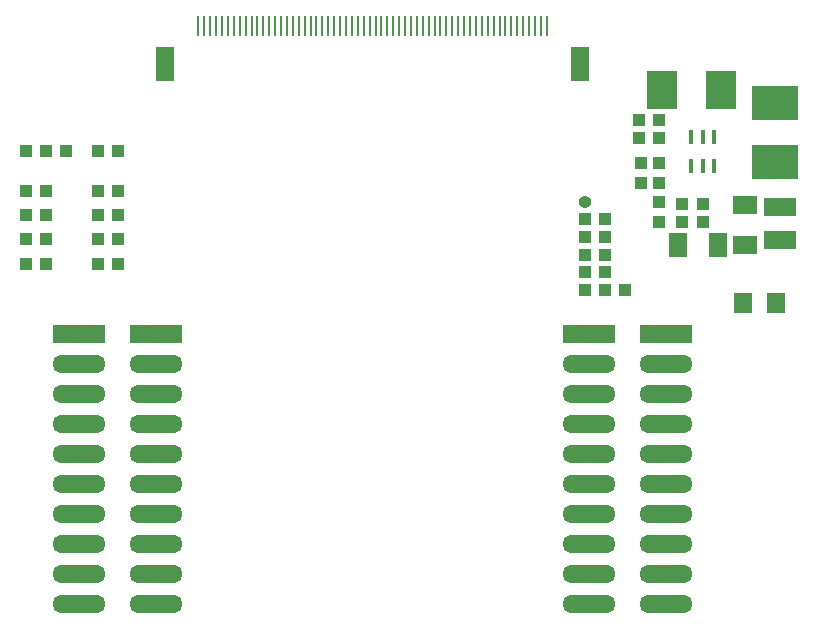
<source format=gbp>
%FSLAX24Y24*%
%MOIN*%
G70*
G01*
G75*
G04 Layer_Color=128*
%ADD10C,0.0394*%
%ADD11C,0.0098*%
%ADD12C,0.0118*%
%ADD13C,0.0197*%
%ADD14R,0.0906X0.0795*%
%ADD15C,0.0591*%
%ADD16R,0.0591X0.0591*%
%ADD17R,0.0709X0.0709*%
%ADD18C,0.0217*%
%ADD19C,0.0236*%
%ADD20R,0.1772X0.0591*%
%ADD21O,0.0433X0.0394*%
%ADD22R,0.0433X0.0394*%
%ADD23R,0.0394X0.0433*%
%ADD24O,0.1772X0.0591*%
%ADD25R,0.0787X0.0591*%
%ADD26R,0.0591X0.0787*%
%ADD27R,0.1063X0.0630*%
%ADD28R,0.0984X0.1299*%
%ADD29R,0.1575X0.1181*%
%ADD30R,0.0157X0.0472*%
%ADD31R,0.0098X0.0709*%
%ADD32R,0.0630X0.1181*%
%ADD33R,0.0630X0.0709*%
%ADD34C,0.0157*%
%ADD35C,0.0079*%
%ADD36R,0.1651X0.0909*%
%ADD37C,0.0671*%
%ADD38R,0.0671X0.0671*%
%ADD39R,0.0789X0.0789*%
%ADD40R,0.1852X0.0671*%
%ADD41O,0.0513X0.0474*%
%ADD42R,0.0513X0.0474*%
%ADD43R,0.0474X0.0513*%
%ADD44O,0.1852X0.0671*%
%ADD45R,0.0867X0.0671*%
%ADD46R,0.0671X0.0867*%
%ADD47R,0.1143X0.0710*%
%ADD48R,0.1064X0.1379*%
%ADD49R,0.1655X0.1261*%
%ADD50R,0.0237X0.0552*%
%ADD51R,0.0178X0.0789*%
%ADD52R,0.0710X0.1261*%
%ADD53R,0.0710X0.0789*%
D20*
X21787Y-3000D02*
D03*
X4787D02*
D03*
X19213D02*
D03*
X2213D02*
D03*
D21*
X19087Y1398D02*
D03*
D22*
X19756Y835D02*
D03*
X19087D02*
D03*
X19752Y244D02*
D03*
X19083D02*
D03*
X19756Y-346D02*
D03*
X19087D02*
D03*
X19756Y-937D02*
D03*
X19087D02*
D03*
X21547Y4146D02*
D03*
X20878D02*
D03*
X20878Y3555D02*
D03*
X21547D02*
D03*
X23004Y740D02*
D03*
X22335D02*
D03*
X23004Y1350D02*
D03*
X22335D02*
D03*
X3512Y157D02*
D03*
X2843D02*
D03*
X3516Y-654D02*
D03*
X2846D02*
D03*
X3516Y980D02*
D03*
X2846D02*
D03*
X2846Y3110D02*
D03*
X3516D02*
D03*
X453Y1787D02*
D03*
X1122D02*
D03*
X3516Y1787D02*
D03*
X2846D02*
D03*
X19756Y-1528D02*
D03*
X20425D02*
D03*
X19756D02*
D03*
X19087D02*
D03*
X1791Y3110D02*
D03*
X1122D02*
D03*
X453D02*
D03*
X1122D02*
D03*
Y-654D02*
D03*
X453D02*
D03*
Y157D02*
D03*
X1122D02*
D03*
X453Y980D02*
D03*
X1122D02*
D03*
D23*
X20957Y2709D02*
D03*
Y2039D02*
D03*
X21547Y2709D02*
D03*
Y2039D02*
D03*
X21555Y736D02*
D03*
Y1406D02*
D03*
D24*
X21787Y-4000D02*
D03*
Y-6000D02*
D03*
Y-7000D02*
D03*
Y-8000D02*
D03*
Y-9000D02*
D03*
Y-10000D02*
D03*
Y-11000D02*
D03*
Y-12000D02*
D03*
Y-5000D02*
D03*
X4787Y-4000D02*
D03*
Y-5000D02*
D03*
Y-6000D02*
D03*
Y-7000D02*
D03*
Y-8000D02*
D03*
Y-9000D02*
D03*
Y-10000D02*
D03*
Y-11000D02*
D03*
Y-12000D02*
D03*
X19213Y-4000D02*
D03*
Y-5000D02*
D03*
Y-6000D02*
D03*
Y-7000D02*
D03*
Y-8000D02*
D03*
Y-9000D02*
D03*
Y-10000D02*
D03*
Y-11000D02*
D03*
Y-12000D02*
D03*
X2213D02*
D03*
Y-11000D02*
D03*
Y-10000D02*
D03*
Y-9000D02*
D03*
Y-8000D02*
D03*
Y-7000D02*
D03*
Y-6000D02*
D03*
Y-5000D02*
D03*
Y-4000D02*
D03*
D25*
X24421Y-28D02*
D03*
Y1311D02*
D03*
D26*
X23516Y-30D02*
D03*
X22177D02*
D03*
D27*
X25602Y1232D02*
D03*
Y130D02*
D03*
D28*
X21666Y5147D02*
D03*
X23634D02*
D03*
D29*
X25425Y2728D02*
D03*
Y4697D02*
D03*
D30*
X23379Y3557D02*
D03*
X23005D02*
D03*
X22631Y2612D02*
D03*
X23379D02*
D03*
X22631Y3557D02*
D03*
X23005Y2612D02*
D03*
D31*
X15845Y7287D02*
D03*
X15648D02*
D03*
X15451D02*
D03*
X14467D02*
D03*
X14270D02*
D03*
X12892D02*
D03*
X12695D02*
D03*
X11317D02*
D03*
X11121D02*
D03*
X6987D02*
D03*
X6790D02*
D03*
X8365D02*
D03*
X9940D02*
D03*
X10136D02*
D03*
X10530D02*
D03*
X11908D02*
D03*
X14073D02*
D03*
X17617D02*
D03*
X17814D02*
D03*
X17420D02*
D03*
X17026D02*
D03*
X16239D02*
D03*
X16042D02*
D03*
X15254D02*
D03*
X15058D02*
D03*
X14861D02*
D03*
X14664D02*
D03*
X16436D02*
D03*
X17223D02*
D03*
X16632D02*
D03*
X7971D02*
D03*
X8168D02*
D03*
X8955D02*
D03*
X9152D02*
D03*
X9349D02*
D03*
X9546D02*
D03*
X9743D02*
D03*
X6593D02*
D03*
X6396D02*
D03*
X6199D02*
D03*
X13877D02*
D03*
X13680D02*
D03*
X13483D02*
D03*
X13286D02*
D03*
X13089D02*
D03*
X11514D02*
D03*
X10924D02*
D03*
X11711D02*
D03*
X12105D02*
D03*
X12302D02*
D03*
X12499D02*
D03*
X10727D02*
D03*
X10333D02*
D03*
X16829D02*
D03*
X8758D02*
D03*
X8562D02*
D03*
X7774D02*
D03*
X7577D02*
D03*
X7380D02*
D03*
X7184D02*
D03*
D32*
X18916Y6017D02*
D03*
X5097D02*
D03*
D33*
X25445Y-1965D02*
D03*
X24343D02*
D03*
M02*

</source>
